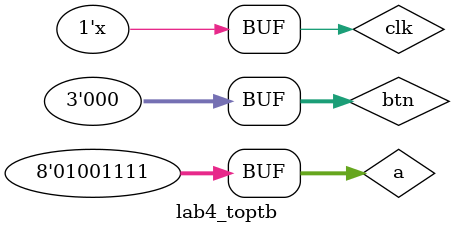
<source format=v>
`timescale 1ns / 1ps


module lab4_toptb( );

reg clk;      
wire [3:0] Activate;
wire [6:0] seven_seg1;
reg [7:0] a;
reg [2:0] btn;

always #0.3 clk = ~clk;

initial begin 
clk = 0;
a = 7'b0110000;
a = #230 7'b1001100;
a = #100 7'b0000110;
a = #100 7'b0000001;
a = #100 7'b1001111;
end

initial begin
btn = 3'b000;
btn = #40 3'b110; //30
btn = #30 3'b111; //60
btn = #30 3'b000; //90 
btn = #40 3'b110; //140
btn = #30 3'b111; //170
btn = #30 3'b000; //200

btn = #40 3'b110; //240
btn = #30 3'b111; //270
btn = #30 3'b000; //300

btn = #40 3'b110; //240
btn = #30 3'b111; //270
btn = #30 3'b000; //300

btn = #40 3'b110; //240
btn = #30 3'b111; //270
btn = #30 3'b000; //300

btn = #40 3'b110; //240
btn = #30 3'b111; //270
btn = #30 3'b000; //300

btn = #3660 3'b010; //240
btn = #30 3'b000; //300
end

lab4_top utb(seven_seg1,Activate,a,clk,btn);
//led_segment LS(display,seven_seg1);

endmodule

</source>
